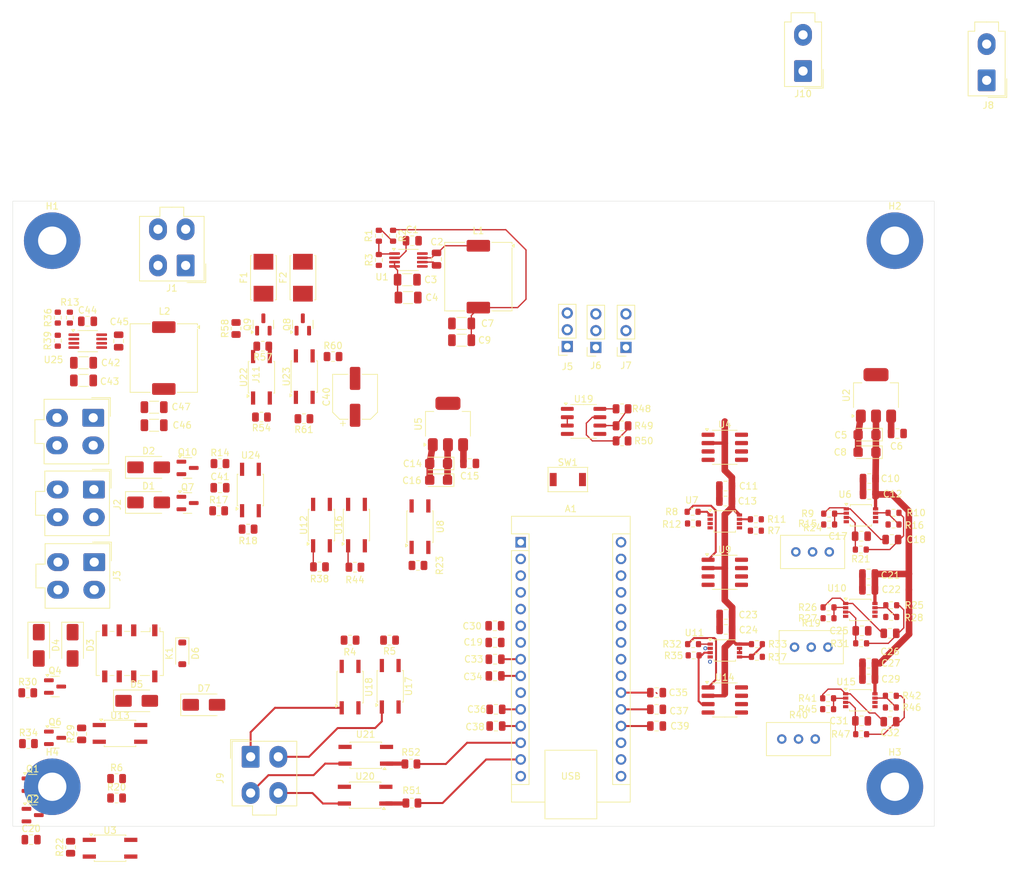
<source format=kicad_pcb>
(kicad_pcb (version 20241229) (generator "pcbnew") (generator_version "9.0")
  (layers (0 "F.Cu" signal) (4 "In1.Cu" power) (6 "In2.Cu" power) (2 "B.Cu" signal) (13 "F.Paste" user) (15 "B.Paste" user) (5 "F.SilkS" user "F.Silkscreen") (7 "B.SilkS" user "B.Silkscreen") (1 "F.Mask" user) (3 "B.Mask" user) (25 "Edge.Cuts" user))
  (net 0 "")
  (net 1 "/Output Flow Sensor")
  (net 2 "GND")
  (net 3 "/Input Flow Sensor")
  (net 4 "/Battery 2 On{slash}Off")
  (net 5 "VIN")
  (net 6 "/Rx")
  (net 7 "/Battery 2 On{slash}Off Switch Sensor")
  (net 8 "VCC_7V")
  (net 9 "/Batteries On")
  (net 10 "/Tx")
  (net 11 "/En")
  (net 12 "VCC_3V3")
  (net 13 "Net-(A1-A7)")
  (net 15 "Net-(A1-~{RESET})")
  (net 20 "/Battery Box Fan2 Control")
  (net 21 "/Battery Box Fan1 Sensor")
  (net 22 "/Battery Box Fan2 Sensor")
  (net 23 "Net-(C18-Pad1)")
  (net 24 "/Battery Box Fan1 Control")
  (net 25 "/Battery Voltage Measurement/Battery 1 Voltage")
  (net 26 "Net-(U7B--)")
  (net 27 "/Battery Voltage Measurement/Battery 2 Voltage")
  (net 28 "Net-(Q2-G)")
  (net 29 "/Battery Voltage Measurement/Starter Battery Voltage")
  (net 30 "Net-(J10-Pin_2)")
  (net 31 "Net-(J10-Pin_1)")
  (net 32 "Net-(Q1-G)")
  (net 33 "Net-(U10A-+)")
  (net 34 "Net-(U7A--)")
  (net 35 "Net-(Q6-B)")
  (net 36 "VCC_3V3A")
  (net 37 "/Battery Voltage Measurement/Battery 1 Vin")
  (net 38 "/Battery Voltage Measurement/Battery 2 Vin")
  (net 39 "/Battery Voltage Measurement/Starter Battery Vin")
  (net 40 "/Solar Charge Battery 2 Relay")
  (net 41 "/Battery 2 Fuse State")
  (net 42 "/Battery 1 Fuse State")
  (net 43 "/Battery Fuse Sensors/Battery 2 Fuse Sensor")
  (net 44 "/Battery Fuse Sensors/Battery 1 Fuse Sensor")
  (net 45 "Net-(U10A--)")
  (net 46 "/Solar Charge Management/Solar Charge Battery 2 Switch Sensor")
  (net 47 "/Solar Charge Management/Solar Charge Battery 2 On")
  (net 48 "/Solar Charge Management/Solar Charge Battery 2 Switch")
  (net 49 "/Battery Management/Battery 1 Relay")
  (net 50 "/Battery Management/Battery 2 Relay")
  (net 51 "/Battery Management/Battery 2 Switch")
  (net 52 "Net-(D5-K)")
  (net 53 "Net-(U11B-+)")
  (net 54 "Net-(U15A-+)")
  (net 55 "Net-(R16-Pad1)")
  (net 56 "Net-(R32-Pad1)")
  (net 59 "/Power Supply Control")
  (net 60 "Net-(U1-V_{CC})")
  (net 61 "Net-(U1-BOOST)")
  (net 62 "Net-(U1-SW)")
  (net 63 "Net-(U6A-+)")
  (net 64 "Net-(C26-Pad1)")
  (net 65 "Net-(C32-Pad1)")
  (net 66 "Net-(D6-A)")
  (net 67 "Net-(Q9-S)")
  (net 68 "Net-(Q8-S)")
  (net 69 "Net-(J9-Pin_3)")
  (net 70 "Net-(J9-Pin_2)")
  (net 71 "Net-(J9-Pin_4)")
  (net 72 "Net-(J9-Pin_1)")
  (net 73 "Net-(Q4-B)")
  (net 74 "Net-(D5-A)")
  (net 75 "Net-(Q8-G)")
  (net 76 "Net-(Q9-G)")
  (net 77 "Net-(R1-Pad1)")
  (net 78 "Net-(U1-Vfb)")
  (net 79 "Net-(R8-Pad2)")
  (net 80 "Net-(R8-Pad1)")
  (net 81 "Net-(U6A--)")
  (net 82 "Net-(R10-Pad1)")
  (net 83 "Net-(R11-Pad2)")
  (net 84 "Net-(R11-Pad1)")
  (net 85 "Net-(U10B--)")
  (net 86 "Net-(R19-Pad1)")
  (net 87 "Net-(U6B--)")
  (net 88 "Net-(R25-Pad1)")
  (net 89 "Net-(R29-Pad1)")
  (net 90 "Net-(R32-Pad2)")
  (net 91 "Net-(R38-Pad1)")
  (net 92 "Net-(U15A--)")
  (net 93 "Net-(R42-Pad1)")
  (net 94 "Net-(R44-Pad1)")
  (net 95 "Net-(R51-Pad2)")
  (net 96 "Net-(R52-Pad2)")
  (net 97 "Net-(R54-Pad2)")
  (net 98 "Net-(R57-Pad1)")
  (net 99 "Net-(R61-Pad2)")
  (net 104 "Net-(U11B--)")
  (net 105 "Net-(Q7-G)")
  (net 106 "Net-(U25-V_{CC})")
  (net 107 "Net-(U25-BOOST)")
  (net 108 "Net-(U25-SW)")
  (net 109 "VCC_4V1")
  (net 110 "Net-(D2-A)")
  (net 111 "Net-(R13-Pad2)")
  (net 112 "Net-(R18-Pad2)")
  (net 113 "Net-(R23-Pad2)")
  (net 114 "Net-(U25-Vfb)")
  (net 115 "/Battery Management/Power On Switch - Vin")
  (net 116 "/Battery Management/Power On Switch - 4V1")
  (net 117 "Net-(R22-Pad2)")
  (net 118 "Net-(U11A--)")
  (net 119 "Net-(U15B--)")
  (net 120 "Net-(R40-Pad1)")
  (footprint "Resistor_SMD:R_0603_1608Metric" (layer "F.Cu") (at 173.924 118.3894 180)
    (property "Reference" "R27")
    (property "Value" "10k")
  )
  (footprint "Package_SO:SO-4_4.4x3.6mm_P2.54mm" (layer "F.Cu") (at 86.106 98.8972 90)
    (property "Reference" "U24")
    (property "Value" "LTV-817S-TA1-C")
  )
  (footprint "MountingHole:MountingHole_4.3mm_M4_Pad" (layer "F.Cu") (at 56 144)
    (property "Reference" "H4")
    (property "Value" "MountingHole_Pad")
  )
  (footprint "Resistor_SMD:R_0603_1608Metric" (layer "F.Cu") (at 183.388 130.1744)
    (property "Reference" "R42")
    (property "Value" "150k")
  )
  (footprint "Package_SO:OnSemi_Micro8" (layer "F.Cu") (at 158.17595 123.28915)
    (property "Reference" "U11")
    (property "Value" "LM358DR2G")
  )
  (footprint "Diode_SMD:D_SMA" (layer "F.Cu") (at 68.8272 130.9388)
    (property "Reference" "D5")
    (property "Value" "M7")
  )
  (footprint "Capacitor_SMD:C_0805_2012Metric" (layer "F.Cu") (at 183.261 134.1114 180)
    (property "Reference" "C32")
    (property "Value" "1uF")
  )
  (footprint "Package_SO:OnSemi_Micro8" (layer "F.Cu") (at 178.75 117.1194)
    (property "Reference" "U10")
    (property "Value" "LM358DR2G")
  )
  (footprint "Package_SO:SOP-8_3.76x4.96mm_P1.27mm" (layer "F.Cu") (at 158.16575 130.80755)
    (property "Reference" "U14")
    (property "Value" "HCNR200-500E")
  )
  (footprint "Diode_SMD:D_SMA" (layer "F.Cu") (at 59.0924 122.506 -90)
    (property "Reference" "D3")
    (property "Value" "M7")
  )
  (footprint "Capacitor_SMD:C_0805_2012Metric" (layer "F.Cu") (at 158.29275 98.29555 180)
    (property "Reference" "C11")
    (property "Value" "1uF")
  )
  (footprint "Resistor_SMD:R_0805_2012Metric" (layer "F.Cu") (at 65.7746 145.7092)
    (property "Reference" "R20")
    (property "Value" "47k")
  )
  (footprint "MountingHole:MountingHole_4.3mm_M4_Pad" (layer "F.Cu") (at 56 61)
    (property "Reference" "H1")
    (property "Value" "MountingHole_Pad")
  )
  (footprint "Diode_SMD:D_SMA" (layer "F.Cu") (at 53.9534 122.506 -90)
    (property "Reference" "D4")
    (property "Value" "M7")
  )
  (footprint "Connector_Molex:Molex_Mini-Fit_Jr_5566-04A_2x02_P4.20mm_Vertical" (layer "F.Cu") (at 62.2288 87.9176 -90)
    (property "Reference" "J11")
    (property "Value" "Power On/Off Switch")
  )
  (footprint "Package_SO:OnSemi_Micro8" (layer "F.Cu") (at 178.75 130.8504)
    (property "Reference" "U15")
    (property "Value" "LM358DR2G")
  )
  (footprint "Connector_Molex:Molex_Mini-Fit_Jr_5566-02A_2x01_P4.20mm_Vertical" (layer "F.Cu") (at 197.9422 36.6268 180)
    (property "Reference" "J8")
    (property "Value" "Starter Battery")
  )
  (footprint "Resistor_SMD:R_0603_1608Metric" (layer "F.Cu") (at 174.0205 104.1394 180)
    (property "Reference" "R15")
    (property "Value" "10k")
  )
  (footprint "CV_connector:SOT-223-3_TabPin1" (layer "F.Cu") (at 181.1325 84.5179 90)
    (property "Reference" "U2")
    (property "Value" "AMS1117-3.3")
  )
  (footprint "Capacitor_SMD:C_0805_2012Metric" (layer "F.Cu") (at 123.273 124.6124 180)
    (property "Reference" "C33")
    (property "Value" "100nF")
  )
  (footprint "Resistor_SMD:R_0603_1608Metric" (layer "F.Cu") (at 173.924 116.7384)
    (property "Reference" "R26")
    (property "Value" "5k6")
  )
  (footprint "Connector_Molex:Molex_Mini-Fit_Jr_5566-04A_2x02_P4.20mm_Vertical" (layer "F.Cu") (at 86.1396 139.4472)
    (property "Reference" "J9")
    (property "Value" "Fans")
  )
  (footprint "Resistor_SMD:R_0603_1608Metric" (layer "F.Cu") (at 153.43425 124.02635)
    (property "Reference" "R35")
    (property "Value" "220k")
  )
  (footprint "Capacitor_SMD:C_1206_3216Metric" (layer "F.Cu") (at 60.7568 82.2452)
    (property "Reference" "C43")
    (property "Value" "10uF")
  )
  (footprint "Resistor_SMD:R_0603_1608Metric" (layer "F.Cu") (at 153.34995 122.32395 180)
    (property "Reference" "R32")
    (property "Value" "1k2")
  )
  (footprint "Capacitor_SMD:C_0805_2012Metric" (layer "F.Cu") (at 178.9125 105.9174)
    (property "Reference" "C17")
    (property "Value" "1uF")
  )
  (footprint "Capacitor_SMD:C_1206_3216Metric" (layer "F.Cu") (at 60.7568 79.5556)
    (property "Reference" "C42")
    (property "Value" "10uF")
  )
  (footprint "Capacitor_SMD:C_0805_2012Metric" (layer "F.Cu") (at 158.29275 100.58155 180)
    (property "Reference" "C13")
    (property "Value" "100nF")
  )
  (footprint "MountingHole:MountingHole_4.3mm_M4_Pad" (layer "F.Cu") (at 184 61)
    (property "Reference" "H2")
    (property "Value" "MountingHole_Pad")
  )
  (footprint "Relay_SMD:Relay_DPDT_Omron_G6K-2F-Y" (layer "F.Cu") (at 67.7792 123.7252 -90)
    (property "Reference" "K1")
    (property "Value" "G6KU-2")
  )
  (footprint "Capacitor_SMD:C_0805_2012Metric" (layer "F.Cu") (at 180.025 127.6344 180)
    (property "Reference" "C29")
    (property "Value" "100nF")
  )
  (footprint "Connector_Molex:Molex_Mini-Fit_Jr_5566-02A_2x01_P4.20mm_Vertical" (layer "F.Cu") (at 170.0526 35.2182 180)
    (property "Reference" "J10")
    (property "Value" "RS485")
  )
  (footprint "Resistor_SMD:R_0603_1608Metric" (layer "F.Cu") (at 107.774 60.2488 -90)
    (property "Reference" "R2")
    (property "Value" "68k")
  )
  (footprint "Resistor_SMD:R_0805_2012Metric" (layer "F.Cu") (at 142.5613 89.1468)
    (property "Reference" "R49")
    (property "Value" "120")
  )
  (footprint "Package_SO:MSOP-8_3x3mm_P0.65mm" (layer "F.Cu") (at 61.3961 76.271)
    (property "Reference" "U25")
    (property "Value" "MCP16311T-E/MNS")
  )
  (footprint "Resistor_SMD:R_0805_2012Metric" (layer "F.Cu") (at 111.5568 110.363 180)
    (property "Reference" "R23")
    (property "Value" "680")
  )
  (footprint "Capacitor_SMD:C_0805_2012Metric" (layer "F.Cu") (at 119.412592 94.863642)
    (property "Reference" "C15")
    (property "Value" "1uF")
  )
  (footprint "Package_SO:SO-4_4.4x3.6mm_P2.54mm" (layer "F.Cu") (at 66.294 135.89)
    (property "Reference" "U13")
    (property "Value" "LTV-817S-TA1-C")
  )
  (footprint "Fuse:Fuseholder_Littelfuse_Nano2_157x" (layer "F.Cu") (at 94.0805 66.6265 90)
    (property "Reference" "F2")
    (property "Value" "Polyfuse")
  )
  (footprint "Capacitor_SMD:C_0805_2012Metric" (layer "F.Cu") (at 52.7946 152.0392)
    (property "Reference" "C20")
    (property "Value" "100nF")
  )
  (footprint "Resistor_SMD:R_0603_1608Metric" (layer "F.Cu") (at 162.88305 105.07795 180)
    (property "Reference" "R7")
    (property "Value" "220k")
  )
  (footprint "Package_SO:SO-4_4.4x3.6mm_P2.54mm" (layer "F.Cu") (at 103.5304 145.2754 180)
    (property "Reference" "U20")
    (property "Value" "LTV-817S-TA1-C")
  )
  (footprint "Diode_SMD:D_SOD-123" (layer "F.Cu") (at 75.7548 123.7252 -90)
    (property "Reference" "D6")
    (property "Value" "1N418W")
  )
  (footprint "Potentiometer_THT:Potentiometer_Bourns_3296W_Vertical" (layer "F.Cu") (at 174.0408 108.3056)
    (property "Reference" "R24")
    (property "Value" "10k")
  )
  (footprint "Resistor_SMD:R_0805_2012Metric" (layer "F.Cu") (at 81.4832 94.884)
    (property "Reference" "R14")
    (property "Value" "1M")
  )
  (footprint "Resistor_SMD:R_0603_1608Metric" (layer "F.Cu") (at 162.88305 103.35075)
    (property "Reference" "R11")
    (property "Value" "1k2")
  )
  (footprint "Resistor_SMD:R_0603_1608Metric" (layer "F.Cu") (at 56.8452 72.6948 -90)
    (property "Reference" "R36")
    (property "Value" "10k")
  )
  (footprint "Resistor_SMD:R_0603_1608Metric" (layer "F.Cu") (at 153.33265 103.98515)
    (property "Reference" "R12")
    (property "Value" "220k")
  )
  (footprint "Resistor_SMD:R_0805_2012Metric" (layer "F.Cu") (at 110.6424 146.4754 180)
    (property "Reference" "R51")
    (property "Value" "150")
  )
  (footprint "Capacitor_SMD:C_1206_3216Metric" (layer "F.Cu") (at 71.4738 86.3092 180)
    (property "Reference" "C47")
    (property "Value" "10uF")
  )
  (footprint "Package_TO_SOT_SMD:SOT-23" (layer "F.Cu") (at 76.5599 100.8747)
    (property "Reference" "Q7")
    (property "Value" "Q_PMOS_DGS")
  )
  (footprint "Resistor_SMD:R_0603_1608Metric" (layer "F.Cu") (at 183.449 116.4134)
    (property "Reference" "R25")
    (property "Value" "150k")
  )
  (footprint "Resistor_SMD:R_0603_1608Metric" (layer "F.Cu") (at 163.04055 124.25435)
    (property "Reference" "R37")
    (property "Value" "10k")
  )
  (footprint "Capacitor_SMD:C_0805_2012Metric" (layer "F.Cu") (at 114.378 63.8058 90)
    (property "Reference" "C2")
    (property "Value" "100nF")
  )
  (footprint "Resistor_SMD:R_0805_2012Metric" (layer "F.Cu") (at 96.5962 110.5789)
    (property "Reference" "R38")
    (property "Value" "680")
  )
  (footprint "Package_SO:SO-4_4.4x3.6mm_P2.54mm" (layer "F.Cu") (at 96.901 104.2289 90)
    (property "Reference" "U12")
    (property "Value" "LTV-817S-TA1-C")
  )
  (footprint "Capacitor_SMD:C_0805_2012Metric" (layer "F.Cu") (at 158.33335 117.80275 180)
    (property "Reference" "C23")
    (property "Value" "1uF")
  )
  (footprint "Capacitor_SMD:C_0805_2012Metric" (layer "F.Cu") (at 66.0908 76.2508 90)
    (property "Reference" "C45")
    (property "Value" "100nF")
  )
  (footprint "Capacitor_SMD:C_1206_3216Metric" (layer "F.Cu") (at 109.933 66.929)
    (property "Reference" "C3")
    (property "Value" "10uF")
  )
  (footprint "Capacitor_SMD:C_1206_3216Metric" (layer "F.Cu") (at 71.4738 89.0524 180)
    (property "Reference" "C46")
    (property "Value" "10uF")
  )
  (footprint "Connector_Molex:Molex_Mini-Fit_Jr_5566-04A_2x02_P4.20mm_Vertical" (layer "F.Cu") (at 76.268 64.7688 180)
    (property "Reference" "J1")
    (property "Value" "Battery & Fuse")
  )
  (footprint "Resistor_SMD:R_0603_1608Metric" (layer "F.Cu") (at 173.863 130.5554)
    (property "Reference" "R41")
    (property "Value" "5k6")
  )
  (footprint "Capacitor_SMD:C_0805_2012Metric" (layer "F.Cu") (at 180.02 111.6584 180)
    (property "Reference" "C21")
    (property "Value" "100nF")
  )
  (footprint "Package_SO:MSOP-8_3x3mm_P0.65mm" (layer "F.Cu") (at 110.1108 63.9328)
    (property "Reference" "U1")
    (property "Value" "MCP16311T-E/MNS")
  )
  (footprint "Module:Arduino_Nano" (layer "F.Cu") (at 127.162 106.8324)
    (property "Reference" "A1")
    (property "Value" "Arduino_Nano_ESP32")
  )
  (footprint "Diode_SMD:D_SMA" (layer "F.Cu") (at 79.038 131.5484)
    (property "Reference" "D7")
    (property "Value" "M7")
  )
  (footprint "Capacitor_SMD:C_0805_2012Metric" (layer "F.Cu") (at 123.4 134.7724 180)
    (property "Reference" "C38")
    (property "Value" "100nF")
  )
  (footprint "Connector_Molex:Molex_Mini-Fit_Jr_5566-04A_2x02_P4.20mm_Vertical" (layer "F.Cu") (at 62.3812 109.8632 -90)
    (property "Reference" "J3")
    (property "Value" "Relays")
  )
  (footprint "Inductor_SMD:L_Coilcraft_MSS1038-XXX" (layer "F.Cu") (at 120.728 66.4728 -90)
    (property "Reference" "L1")
    (property "Value" "33uH")
  )
  (footprint "Package_SO:SO-4_4.4x3.6mm_P2.54mm" (layer "F.Cu") (at 94.2837 81.6633 90)
    (property "Reference" "U23")
    (property "Value" "LTV-817S-TA1-C")
  )
  (footprint "Package_SO:SOIC-8_3.9x4.9mm_P1.27mm" (layer "F.Cu") (at 136.717 88.4682)
    (property "Reference" "U19")
    (property "Value" "MAX487E")
  )
  (footprint "Connector_PinSocket_2.54mm:PinSocket_1x03_P2.54mm_Vertical" (layer "F.Cu") (at 138.5824 77.216 180)
    (property "Reference" "J6")
    (property "Value" "Temp")
  )
  (footprint "Resistor_SMD:R_0805_2012Metric" (layer "F.Cu") (at 65.7746 142.7592)
    (property "Reference" "R6")
    (property "Value" "1M")
  )
  (footprint "Resistor_SMD:R_0603_1608Metric" (layer "F.Cu") (at 178.823 107.9494 180)
    (property "Reference" "R21")
    (property "Value" "150k")
  )
  (footprint "Resistor_SMD:R_0603_1608Metric" (layer "F.Cu") (at 183.7995 104.1394)
    (property "Reference" "R16")
    (property "Value" "22k")
  )
  (footprint "Resistor_SMD:R_0603_1608Metric" (layer "F.Cu") (at 183.388 131.9524)
    (property "Reference" "R46")
    (property "Value" "22k")
  )
  (footprint "Resistor_SMD:R_0805_2012Metric" (layer "F.Cu") (at 60.464 135.968 90)
    (property "Reference" "R29")
    (property "Value" "680")
  )
  (footprint "Potentiometer_THT:Potentiometer_Bourns_3296W_Vertical" (layer "F.Cu") (at 171.9072 136.7486)
    (property "Reference" "R40")
    (property "Value" "10k")
  )
  (footprint "Package_TO_SOT_SMD:SOT-23" (layer "F.Cu") (at 53.0246 143.6842)
    (property "Reference" "Q1")
    (property "Value" "Q_PMOS_DGS")
  )
  (footprint "Resistor_SMD:R_0805_2012Metric" (layer "F.Cu") (at 101.2444 121.7168)
    (property "Reference" "R4")
    (property "Value" "47k")
  )
  (footprint "Capacitor_SMD:C_0805_2012Metric" (layer "F.Cu") (at 61.3664 73.2536)
    (property "Reference" "C44")
    (property "Value" "1uF")
  )
  (footprint "Capacitor_SMD:C_0805_2012Metric" (layer "F.Cu") (at 178.946 133.9844)
    (property "Reference" "C31")
    (property "Value" "1uF")
  )
  (footprint "MountingHole:MountingHole_4.3mm_M4_Pad" (layer "F.Cu") (at 184 144)
    (property "Reference" "H3")
    (property "Value" "MountingHole_Pad")
  )
  (footprint "Capacitor_SMD:C_0805_2012Metric" (layer "F.Cu") (at 179.004 120.2944)
    (property "Reference" "C25")
    (property "Value" "1uF")
  )
  (footprint "Resistor_SMD:R_0805_2012Metric" (layer "F.Cu") (at 85.7523 104.8408 180)
    (property "Reference" "R18")
    (property "Value" "150")
  )
  (footprint "Capacitor_SMD:C_0805_2012Metric" (layer "F.Cu") (at 180.02 114.0714 180)
    (property "Reference" "C22")
    (property "Value" "1uF")
  )
  (footprint "Resistor_SMD:R_0603_1608Metric" (layer "F.Cu") (at 163.04055 122.32395)
    (property "Reference" "R33")
    (property "Value" "10k")
  )
  (footprint "Package_SO:SO-4_4.4x3.6mm_P2.54mm" (layer "F.Cu") (at 111.8616 104.4702 90)
    (property "Reference" "U8")
    (property "Value" "LTV-817S-TA1-C")
  )
  (footprint "Capacitor_SMD:C_0805_2012Metric" (layer "F.Cu") (at 184.3735 90.3091)
    (property "Reference" "C6")
    (property "Value" "1uF")
  )
  (footprint "Package_TO_SOT_SMD:SOT-23" (layer "F.Cu") (at 56.427922 136.562844)
    (property "Reference" "Q6")
    (property "Value" "MMBT2222A")
  )
  (footprint "Diode_SMD:D_SMA" (layer "F.Cu") (at 70.644 95.4532)
    (property "Reference" "D2")
    (property "Value" "M7")
  )
  (footprint "Capacitor_SMD:C_0805_2012Metric" (layer "F.Cu") (at 183.261 120.6754 180)
    (property "Reference" "C26")
    (property "Value" "1uF")
  )
  (footprint "Resistor_SMD:R_0805_2012Metric" (layer "F.Cu") (at 87.7813 87.8101 180)
    (property "Reference" "R54")
    (property "Value" "150")
  )
  (footprint "Capacitor_SMD:C_1206_3216Metric" (layer "F.Cu") (at 118.188 73.5848 180)
    (property "Reference" "C7")
    (property "Value" "10uF")
  )
  (footprint "Capacitor_SMD:C_0805_2012Metric" (layer "F.Cu") (at 110.695 61.0108)
    (property "Reference" "C1")
    (property "Value" "1uF")
  )
  (footprint "Capacitor_SMD:C_0805_2012Metric" (layer "F.Cu") (at 183.5455 106.4254 180)
    (property "Reference" "C18")
    (property "Value" "1uF")
  )
  (footprint "Resistor_SMD:R_0805_2012Metric" (layer "F.Cu") (at 87.9826 77.0405 180)
    (property "Reference" "R57")
    (property "Value" "47k")
  )
  (footprint "Resistor_SMD:R_0603_1608Metric" (layer "F.Cu") (at 178.877 122.1994 180)
    (property "Reference" "R31")
    (property "Value" "150k")
  )
  (footprint "Package_SO:SO-4_4.4x3.6mm_P2.54mm" (layer "F.Cu") (at 101.2444 128.8538 90)
    (property "Reference" "U18")
    (property "Value" "LTV-817S-TA1-C")
  )
  (footprint "Capacitor_SMD:CP_Elec_6.3x5.9" (layer "F.Cu") (at 102.0053 84.7343 90)
    (property "Reference" "C40")
    (property "Value" "220uF")
  )
  (footprint "Resistor_SMD:R_0805_2012Metric" (layer "F.Cu") (at 94.2348 88.0641 180)
    (property "Reference" "R61")
    (property "Value" "150")
  )
  (footprint "Resistor_SMD:R_0805_2012Metric" (layer "F.Cu") (at 83.9205 74.3481 -90)
    (property "Reference" "R58")
    (property "Value" "47k")
  )
  (footprint "Potentiometer_THT:Potentiometer_Bourns_3296W_Vertical" (layer "F.Cu") (at 173.8376 122.7836)
    (property "Reference" "R19")
    (property "Value" "10k")
  )
  (footprint "Package_TO_SOT_SMD:SOT-23" (layer "F.Cu") (at 56.427922 128.768922)
    (property "Reference" "Q4")
    (property "Value" "MMBT2222A")
  )
  (footprint "Capacitor_SMD:C_0805_2012Metric" (layer "F.Cu") (at 147.804 132.2324)
    (property "Reference" "C37")
    (property "Value" "100nF")
  )
  (footprint "Diode_SMD:D_SMA" (layer "F.Cu") (at 70.644 100.7872)
    (property "Reference" "D1")
    (property "Value" "M7")
  )
  (footprint "Package_SO:SO-4_4.4x3.6mm_P2.54mm" (layer "F.Cu") (at 64.782 153.3416)
    (property "Reference" "U3")
    (property "Value" "LTV-817S-TA1-C")
  )
  (footprint "Connector_PinSocket_2.54mm:PinSocket_1x03_P2.54mm_Vertical" (layer "F.Cu") (at 134.2386 77.0786 180)
    (property "Reference" "J5")
    (property "Value" "Input Flow Sensor")
  )
  (footprint "Package_SO:SOP-8_3.76x4.96mm_P1.27mm" (layer "F.Cu") (at 158.16575 111.40195)
    (property "Reference" "U9")
    (property "Value" "HCNR200-500E")
  )
  (footprint "Capacitor_Tantalum_SMD:CP_EIA-3216-18_Kemet-A" (layer "F.Cu") (at 114.694592 94.863642 180)
    (property "Reference" "C14")
    (property "Value" "10uF")
  )
  (footprint "Capacitor_Tantalum_SMD:CP_EIA-3216-18_Kemet-A" (layer "F.Cu") (at 179.7673 93.1539 180)
    (property "Reference" "C8")
    (property "Value" "10uF")
  )
  (footprint "Resistor_SMD:R_0603_1608Metric" (layer "F.Cu") (at 105.615 63.9318 -90)
    (property "Reference" "R3")
    (property "Value" "10k")
  )
  (footprint "Resistor_SMD:R_0603_1608Metric" (layer "F.Cu") (at 56.8452 76.2 -90)
    (property "Reference" "R39")
    (property "Value" "10k")
  )
  (footprint "Package_SO:SO-4_4.4x3.6mm_P2.54mm" (layer "F.Cu") (at 107.3404 128.7268 90)
    (property "Reference" "U17")
    (property "Value" "LTV-817S-TA1-C")
  )
  (footprint "Capacitor_Tantalum_SMD:CP_EIA-3216-18_Kemet-A" (layer "F.Cu") (at 114.694592 97.403642 180)
    (property "Reference" "C16")
    (property "Value" "10uF")
  )
  (footprint "Package_SO:SO-4_4.4x3.6mm_P2.54mm" (layer "F.Cu") (at 87.7813 81.7649 90)
    (property "Reference" "U22")
    (property "Value" "LTV-817S-TA1-C")
  )
  (footprint "Resistor_SMD:R_0805_2012Metric" (layer "F.Cu") (at 52.2833 129.7196)
    (property "Reference" "R30")
    (property "Value" "150")
  )
  (footprint "Resistor_SMD:R_0805_2012Metric" (layer "F.Cu") (at 107.2407 121.7168)
    (property "Reference" "R5")
    (property "Value" "47k")
  )
  (footprint "Capacitor_SMD:C_1206_3216Metric" (layer "F.Cu") (at 118.188 76.1248 180)
    (property "Reference" "C9")
    (property "Value" "10uF")
  )
  (footprint "Package_TO_SOT_SMD:SOT-23" (layer "F.Cu") (at 76.5599 95.5407)
    (property "Reference" "Q10")
    (property "Value" "Q_PMOS_DGS")
  )
  (footprint "Resistor_SMD:R_0603_1608Metric" (layer "F.Cu") (at 58.674 72.6948 -90)
    (property "Reference" "R13")
    (property "Value" "68k")
  )
  (footprint "Resistor_SMD:R_0805_2012Metric" (layer "F.Cu") (at 81.28 102.0572)
    (property "Reference" "R17")
    (property "Value" "47k")
  )
  (footprint "Package_SO:SO-4_4.4x3.6mm_P2.54mm" (layer "F.Cu") (at 103.632 139.2111 180)
    (property "Reference" "U21")
    (property "Value" "LTV-817S-TA1-C")
  )
  (footprint "Capacitor_SMD:C_0805_2012Metric" (layer "F.Cu") (at 147.804 129.6924)
    (property "Reference" "C35")
    (property "Value" "100nF")
  )
  (footprint "Connector_Molex:Molex_Mini-Fit_Jr_5566-04A_2x02_P4.20mm_Vertical" (layer "F.Cu") (at 62.3316 98.8224 -90)
    (property "Reference" "J2")
    (property "Value" "Battery 2")
  )
  (footprint "Resistor_SMD:R_0805_2012Metric" (layer "F.Cu") (at 98.6544 78.6153)
    (property "Reference" "R60")
    (property "Value" "47k")
  )
  (footprint "Package_TO_SOT_SMD:SOT-23" (layer "F.Cu") (at 94.0664 73.7385 90)
    (property "Reference" "Q8")
    (property "Value" "Q_PMOS_DGS")
  )
  (footprint "Capacitor_SMD:C_0805_2012Metric" (layer "F.Cu") (at 123.4 132.2324 180)
    (property "Reference" "C36")
    (property "Value" "100nF")
  )
  (footprint "Resistor_SMD:R_0603_1608Metric" (layer "F.Cu") (at 153.27375 102.20715 180)
    (property "Reference" "R8")
    (property "Value" "1k2")
  )
  (footprint "Capacitor_SMD:C_1206_3216Metric" (layer "F.Cu") (at 110.06 69.6468)
    (property "Reference" "C4")
    (property "Value" "10uF")
  )
  (footprint "Resistor_SMD:R_0805_2012Metric" (layer "F.Cu") (at 110.49 140.5381 180)
    (property "Reference" "R52")
    (property "Value" "150")
  )
  (footprint "Connector_PinSocket_2.54mm:PinSocket_1x03_P2.54mm_Vertical" (layer "F.Cu") (at 143.1544 77.216 180)
    (property "Reference" "J7")
    (property "Value" "Output Flow Sensor")
  )
  (footprint "CV_connector:SOT-223-3_TabPin1" (layer "F.Cu") (at 116.110592 88.869242 90)
    (property "Reference" "U5")
    (property "Value" "AMS1117-3.3")
  )
  (footprint "Capacitor_SMD:C_0805_2012Metric" (layer "F.Cu") (at 123.273 127.1524 180)
    (property "Reference" "C34")
    (property "Value" "100nF")
  )
  (footprint "Capacitor_SMD:C_0805_2012Metric" (layer "F.Cu") (at 180.03 125.2214 180)
    (property "Reference" "C27")
    (property "Value" "1uF")
  )
  (footprint "Fuse:Fuseholder_Littelfuse_Nano2_157x" (layer "F.Cu") (at 88.0861 66.6265 90)
    (property "Reference" "F1")
    (property "Value" "Polyfuse")
  )
  (footprint "Package_SO:SO-4_4.4x3.6mm_P2.54mm" (layer "F.Cu") (at 102.216 104.2289 90)
    (property "Reference" "U16")
    (property "Value" "LTV-817S-TA1-C")
  )
  (footprint "Resistor_SMD:R_0805_2012Metric" (layer "F.Cu") (at 101.9829 110.6297)
    (property "Reference" "R44")
    (property "Value" "680")
  )
  (footprint "Resistor_SMD:R_0805_2012Metric" (layer "F.Cu") (at 58.7876 153.1911 90)
    (property "Reference" "R22")
    (property "Value" "150")
  )
  (footprint "Resistor_SMD:R_0603_1608Metric" (layer "F.Cu") (at 178.88 136.0164 180)
    (property "Reference" "R47")
    (property "Value" "150k")
  )
  (footprint "Capacitor_SMD:C_0805_2012Metric" (layer "F.Cu") (at 180.1165 97.1544 180)
    (property "Reference" "C10")
    (property "Value" "1uF")
  )
  (footprint "Capacitor_SMD:C_0805_2012Metric" (layer "F.Cu") (at 180.1165 99.5674 180)
    (property "Reference" "C12")
    (property "Value" "100nF")
  )
  (footprint "Resistor_SMD:R_0603_1608Metric" (layer "F.Cu") (at 183.449 118.1914)
    (property "Reference" "R28")
    (property "Value" "22k")
  )
  (footprint "Resistor_SMD:R_0603_1608Metric" (layer "F.Cu") (at 174.0205 102.4884)
    (property "Reference" "R9")
    (property "Value" "5k6")
  )
  (footprint "Resistor_SMD:R_0805_2012Metric" (layer "F.Cu") (at 52.3868 137.4412)
    (property "Reference" "R34")
    (property "Value" "150")
  )
  (footprint "CV_connector:SW_SPST_JLC" (layer "F.Cu") (at 134.322 97.3074)
    (property "Reference" "SW1")
    (property "Value" "SW_Push")
  )
  (footprint "Resistor_SMD:R_0603_1608Metric" (layer "F.Cu") (at 183.7995 102.3614)
    (property "Reference" "R10")
    (property "Value" "150k")
  )
  (footprint "Capacitor_Tantalum_SMD:CP_EIA-3216-18_Kemet-A" (layer "F.Cu") (at 179.7718 90.4869 180)
    (property "Reference" "C5")
    (property "Value" "10uF")
  )
  (footprint "Capacitor_SMD:C_0805_2012Metric" (layer "F.Cu") (at 123.256 122.0724 180)
    (property "Reference" "C19")
    (property "Value" "100nF")
  )
  (footprint "Package_SO:OnSemi_Micro8" (layer "F.Cu") (at 178.8465 102.7424)
    (property "Reference" "U6")
    (property "Value" "LM358DR2G")
  )
  (footprint "Resistor_SMD:R_0805_2012Metric" (layer "F.Cu") (at 142.5613 91.4328)
    (property "Reference" "R50")
    (property "Value" "931")
  )
  (footprint "Inductor_SMD:L_Coilcraft_MSS1038-XXX" (layer "F.Cu") (at 72.9488 78.8416 -90)
    (property "Reference" "L2")
    (property "Value" "18uH")
  )
  (footprint "Capacitor_SMD:C_0805_2012Metric" (layer "F.Cu") (at 123.2408 119.5324 180)
    (property "Reference" "C30")
    (property "Value" "100nF")
  )
  (footprint "Resistor_SMD:R_0603_1608Metric" (layer "F.Cu") (at 173.863 132.2064 180)
    (property "Reference" "R45")
    (property "Value" "10k")
  )
  (footprint "Package_SO:OnSemi_Micro8" (layer "F.Cu") (at 158.16575 103.67055)
    (property "Reference" "U7")
    (property "Value" "LM358DR2G")
  )
  (footprint "Resistor_SMD:R_0805_2012Metric" (layer "F.Cu") (at 142.5613 86.556)
    (property "Reference" "R48")
    (property "Value" "931")
  )
  (footprint "Capacitor_SMD:C_0805_2012Metric" (layer "F.Cu") (at 147.804 134.7724)
    (property "Reference" "C39")
    (property "Value" "100nF")
  )
  (footprint "Capacitor_SMD:C_0805_2012Metric" (layer "F.Cu") (at 81.4832 98.552)
    (property "Reference" "C41")
    (property "Value" "100nF")
  )
  (footprint "Package_TO_SOT_SMD:SOT-23" (layer "F.Cu") (at 88.072 73.7385 90)
    (property "Reference" "Q9")
    (property "Value" "Q_PMOS_DGS")
  )
  (footprint "Resistor_SMD:R_0603_1608Metric" (layer "F.Cu") (at 105.615 60.2488 -90)
    (property "Reference" "R1")
    (property "Value" "10k")
  )
  (footprint "Package_SO:SOP-8_3.76x4.96mm_P1.27mm" (layer "F.Cu") (at 158.16575 92.40275)
    (property "Reference" "U4")
    (property "Value" "HCNR200-500E")
  )
  (footprint "Capacitor_SMD:C_0805_2012Metric" (layer "F.Cu") (at 158.33335 120.08875 180)
    (property "Reference" "C24")
    (property "Value" "100nF")
  )
  (footprint "Package_TO_SOT_SMD:SOT-23" (layer "F.Cu") (at 53.0246 148.3092)
    (property "Reference" "Q2")
    (property "Value" "Q_PMOS_DGS")
  )
  (gr_rect (start 50 55) (end 190 150) (stroke (width 0.05)) (fill no) (layer "Edge.Cuts"))
  (segment (start 154.65345 124.02635) (end 155.05985 123.61995) (width 0.3) (layer "F.Cu") (net 0))
  (segment (start 155.62825 131.44255) (end 154.640751 131.44255) (width 0.3) (layer "F.Cu") (net 0))
  (segment (start 154.25925 124.02635) (end 154.65345 124.02635) (width 0.3) (layer "F.Cu") (net 0))
  (segment (start 154.640751 131.44255) (end 154.18975 130.991549) (width 0.3) (layer "F.Cu") (net 0))
  (segment (start 154.18975 130.991549) (end 154.18975 124.09585) (width 0.3) (layer "F.Cu") (net 0))
  (segment (start 155.90515 123.61995) (end 155.95095 123.57415) (width 0.3) (layer "F.Cu") (net 0))
  (segment (start 154.18975 124.09585) (end 154.25925 124.02635) (width 0.3) (layer "F.Cu") (net 0))
  (segment (start 155.05985 123.61995) (end 155.90515 123.61995) (width 0.3) (layer "F.Cu") (net 0))
  (via (at 155.92345 124.99155) (size 0.6) (drill 0.3) (layers "F.Cu" "B.Cu") (net 0))
  (via (at 155.21225 122.95955) (size 0.6) (drill 0.3) (layers "F.Cu" "B.Cu") (net 0))
  (segment (start 178.8325 87.6679) (end 178.4193 90.4869) (width 1) (layer "F.Cu") (net 2))
  (segment (start 113.811492 92.019242) (end 113.811892 92.018842) (width 0.2) (layer "F.Cu") (net 2))
  (segment (start 113.810592 92.019242) (end 113.342092 94.863642) (width 1) (layer "F.Cu") (net 2))
  (segment (start 157.38335 117.80275) (end 157.38335 120.08875) (width 1) (layer "F.Cu") (net 2))
  (segment (start 179.07 111.6584) (end 179.07 114.0714) (width 1) (layer "F.Cu") (net 2))
  (segment (start 178.4193 93.1494) (end 178.4148 93.1539) (width 0.2) (layer "F.Cu") (net 2))
  (segment (start 157.34275 98.29555) (end 157.34275 98.30055) (width 0.2) (layer "F.Cu") (net 2))
  (segment (start 179.08 127.6294) (end 179.075 127.6344) (width 0.2) (layer "F.Cu") (net 2))
  (segment (start 113.810592 94.395142) (end 113.342092 94.863642) (width 0.2) (layer "F.Cu") (net 2))
  (segment (start 179.1665 97.1544) (end 179.1665 99.5674) (width 1) (layer "F.Cu") (net 2))
  (segment (start 157.34275 98.30055) (end 157.36315 98.32095) (width 0.2) (layer "F.Cu") (net 2))
  (segment (start 113.342092 94.863642) (end 113.342092 97.403642) (width 1) (layer "F.Cu") (net 2))
  (segment (start 113.811492 92.019242) (end 113.810592 92.019242) (width 0.2) (layer "F.Cu") (net 2))
  (segment (start 178.4193 90.4869) (end 178.4193 93.1494) (width 1) (layer "F.Cu") (net 2))
  (segment (start 157.36315 98.32095) (end 157.34275 98.34135) (width 0.2) (layer "F.Cu") (net 2))
  (segment (start 179.08 125.2214) (end 179.08 127.6294) (width 1) (layer "F.Cu") (net 2))
  (segment (start 157.34275 98.34135) (end 157.34275 100.58155) (width 1) (layer "F.Cu") (net 2))
  (segment (start 159.28335 117.80275) (end 159.28335 120.08875) (width 1) (layer "F.Cu") (net 5))
  (segment (start 155.62825 110.76695) (end 158.14035 110.76695) (width 0.5) (layer "F.Cu") (net 5))
  (segment (start 159.43575 121.56195) (end 159.64875 121.56195) (width 0.2) (layer "F.Cu") (net 5))
  (segment (start 160.40095 122.31415) (end 162.20575 122.31415) (width 0.5) (layer "F.Cu") (net 5))
  (segment (start 158.14035 110.76695) (end 158.16575 110.79235) (width 0.2) (layer "F.Cu") (net 5))
  (segment (start 107.9983 64.9078) (end 107.9983 65.0451) (width 0.2) (layer "F.Cu") (net 5))
  (segment (start 158.16575 115.62855) (end 159.28335 116.74615) (width 1) (layer "F.Cu") (net 5))
  (segment (start 158.16575 102.61355) (end 158.16575 110.79235) (width 1) (layer "F.Cu") (net 5))
  (segment (start 155.90765 130.17255) (end 158.16575 130.17255) (width 0.5) (layer "F.Cu") (net 5))
  (segment (start 159.28335 116.74615) (end 159.28335 117.80275) (width 1) (layer "F.Cu") (net 5))
  (segment (start 108.458 65.5048) (end 108.458 66.929) (width 0.2) (layer "F.Cu") (net 5))
  (segment (start 107.9983 64.2578) (end 107.9983 64.9078) (width 0.2) (layer "F.Cu") (net 5))
  (segment (start 158.16575 91.79315) (end 158.16575 95.90795) (width 1) (layer "F.Cu") (net 5))
  (segment (start 158.16575 95.90795) (end 159.24275 96.98495) (width 1) (layer "F.Cu") (net 5))
  (segment (start 159.28335 121.71435) (end 158.16575 122.83195) (width 1) (layer "F.Cu") (net 5))
  (segment (start 159.28335 120.08875) (end 159.28335 121.71435) (width 1) (layer "F.Cu") (net 5))
  (segment (start 160.40095 122.31415) (end 159.88315 122.31415) (width 0.5) (layer "F.Cu") (net 5))
  (segment (start 158.16575 88.49115) (end 158.16575 91.79315) (width 1) (layer "F.Cu") (net 5))
  (segment (start 107.9983 65.0451) (end 108.458 65.5048) (width 0.2) (layer "F.Cu") (net 5))
  (segment (start 158.16575 110.79235) (end 158.16575 115.62855) (width 1) (layer "F.Cu") (net 5))
  (segment (start 159.24275 101.53655) (end 158.16575 102.61355) (width 1) (layer "F.Cu") (net 5))
  (segment (start 159.24275 96.98495) (end 159.24275 98.29555) (width 1) (layer "F.Cu") (net 5))
  (segment (start 162.20575 122.31415) (end 162.21555 122.32395) (width 0.2) (layer "F.Cu") (net 5))
  (segment (start 159.24275 100.58155) (end 159.24275 101.53655) (width 1) (layer "F.Cu") (net 5))
  (segment (start 160.39075 102.68455) (end 159.24275 101.53655) (width 0.5) (layer "F.Cu") (net 5))
  (segment (start 160.39075 102.69555) (end 160.39075 102.68455) (width 0.2) (layer "F.Cu") (net 5))
  (segment (start 159.24275 98.29555) (end 159.24275 100.58155) (width 1) (layer "F.Cu") (net 5))
  (segment (start 158.14035 91.76775) (end 158.16575 91.79315) (width 0.2) (layer "F.Cu") (net 5))
  (segment (start 108.458 66.929) (end 108.458 69.342) (width 0.2) (layer "F.Cu") (net 5))
  (segment (start 158.16575 122.83195) (end 158.16575 129.89315) (width 1) (layer "F.Cu") (net 5))
  (segment (start 159.88315 122.31415) (end 159.28335 121.71435) (width 0.5) (layer "F.Cu") (net 5))
  (segment (start 155.62825 91.76775) (end 158.14035 91.76775) (width 0.5) (layer "F.Cu") (net 5))
  (segment (start 157.88635 130.17255) (end 158.16575 129.89315) (width 0.2) (layer "F.Cu") (net 5))
  (segment (start 120.728 71.1728) (end 120.728 71.2978) (width 0.2) (layer "F.Cu") (net 8))
  (segment (start 107.774 59.3363) (end 124.8955 59.3363) (width 0.2) (layer "F.Cu") (net 8))
  (segment (start 119.663 76.1248) (end 119.663 73.5848) (width 0.2) (layer "F.Cu") (net 8))
  (segment (start 127.967 62.4078) (end 127.967 69.9008) (width 0.2) (layer "F.Cu") (net 8))
  (segment (start 127.967 69.9008) (end 126.695 71.1728) (width 0.2) (layer "F.Cu") (net 8))
  (segment (start 118.462592 92.071242) (end 118.410592 92.019242) (width 0.2) (layer "F.Cu") (net 8))
  (segment (start 119.663 76.0458) (end 119.712 75.9968) (width 0.2) (layer "F.Cu") (net 8))
  (segment (start 183.4325 90.1954) (end 183.5462 90.3091) (width 0.2) (layer "F.Cu") (net 8))
  (segment (start 119.663 76.1248) (end 119.663 76.0458) (width 0.2) (layer "F.Cu") (net 8))
  (segment (start 120.728 71.2978) (end 119.663 72.3628) (width 0.2) (layer "F.Cu") (net 8))
  (segment (start 124.8955 59.3363) (end 127.967 62.4078) (width 0.2) (layer "F.Cu") (net 8))
  (segment (start 118.462592 94.558842) (end 118.462592 92.071242) (width 1) (layer "F.Cu") (net 8))
  (segment (start 126.695 71.1728) (end 120.728 71.1728) (width 0.2) (layer "F.Cu") (net 8))
  (segment (start 183.4325 87.6679) (end 183.4325 90.1954) (width 1) (layer "F.Cu") (net 8))
  (segment (start 119.663 72.3628) (end 119.663 73.5848) (width 0.2) (layer "F.Cu") (net 8))
  (segment (start 134.242 89.1032) (end 134.242 87.8332) (width 0.2) (layer "F.Cu") (net 11))
  (segment (start 139.192 86.5632) (end 141.6488 86.556) (width 0.2) (layer "F.Cu") (net 12))
  (segment (start 116.061592 94.685842) (end 116.061592 92.068242) (width 1) (layer "F.Cu") (net 12))
  (segment (start 116.061592 92.068242) (end 116.110592 92.019242) (width 0.2) (layer "F.Cu") (net 12))
  (segment (start 116.047092 94.863642) (end 116.047092 97.403642) (width 1) (layer "F.Cu") (net 12))
  (segment (start 121.92 139.8524) (end 127.162 139.8524) (width 0.3) (layer "F.Cu") (net 20))
  (segment (start 115.297 146.4754) (end 121.92 139.8524) (width 0.3) (layer "F.Cu") (net 20))
  (segment (start 111.5549 146.4754) (end 115.297 146.4754) (width 0.3) (layer "F.Cu") (net 20))
  (segment (start 124.35 134.7724) (end 127.162 134.7724) (width 0.3) (layer "F.Cu") (net 21))
  (segment (start 124.35 132.2324) (end 127.162 132.2324) (width 0.3) (layer "F.Cu") (net 22))
  (segment (start 185.3255 103.0624) (end 185.3255 105.8494) (width 0.2) (layer "F.Cu") (net 23))
  (segment (start 183.2255 107.9494) (end 184.7495 106.4254) (width 0.2) (layer "F.Cu") (net 23))
  (segment (start 184.6245 102.3614) (end 185.3255 103.0624) (width 0.2) (layer "F.Cu") (net 23))
  (segment (start 185.3255 105.8494) (end 184.7495 106.4254) (width 0.2) (layer "F.Cu") (net 23))
  (segment (start 179.648 107.9494) (end 183.2255 107.9494) (width 0.2) (layer "F.Cu") (net 23))
  (segment (start 115.7987 140.5381) (end 119.0244 137.3124) (width 0.3) (layer "F.Cu") (net 24))
  (segment (start 119.0244 137.3124) (end 127.162 137.3124) (width 0.3) (layer "F.Cu") (net 24))
  (segment (start 111.4025 140.5381) (end 115.7987 140.5381) (width 0.3) (layer "F.Cu") (net 24))
  (segment (start 175.722 115.3414) (end 176.525 116.1444) (width 0.2) (layer "F.Cu") (net 25))
  (segment (start 182.626 120.6754) (end 182.126 120.6754) (width 0.2) (layer "F.Cu") (net 25))
  (segment (start 173.099 116.7384) (end 174.496 115.3414) (width 0.2) (layer "F.Cu") (net 25))
  (segment (start 182.126 120.6754) (end 177.595 116.1444) (width 0.2) (layer "F.Cu") (net 25))
  (segment (start 176.525 116.1444) (end 176.505 116.1444) (width 0.2) (layer "F.Cu") (net 25))
  (segment (start 177.595 116.1444) (end 176.525 116.1444) (width 0.2) (layer "F.Cu") (net 25))
  (segment (start 142.402 134.7724) (end 146.834 134.7724) (width 0.3) (layer "F.Cu") (net 25))
  (segment (start 174.496 115.3414) (end 175.722 115.3414) (width 0.2) (layer "F.Cu") (net 25))
  (segment (start 176.505 116.1444) (end 176.464 116.1034) (width 0.2) (layer "F.Cu") (net 25))
  (segment (start 174.0845 101.5994) (end 173.1955 102.4884) (width 0.2) (layer "F.Cu") (net 27))
  (segment (start 142.402 132.2324) (end 146.854 132.2324) (width 0.3) (layer "F.Cu") (net 27))
  (segment (start 176.4535 101.5994) (end 174.0845 101.5994) (width 0.2) (layer "F.Cu") (net 27))
  (segment (start 176.6215 101.7674) (end 176.4535 101.5994) (width 0.2) (layer "F.Cu") (net 27))
  (segment (start 181.88166 106.4254) (end 177.22366 101.7674) (width 0.2) (layer "F.Cu") (net 27))
  (segment (start 182.8495 106.4254) (end 181.88166 106.4254) (width 0.2) (layer "F.Cu") (net 27))
  (segment (start 177.22366 101.7674) (end 176.6215 101.7674) (width 0.2) (layer "F.Cu") (net 27))
  (segment (start 173.863 129.1584) (end 173.038 129.9834) (width 0.2) (layer "F.Cu") (net 29))
  (segment (start 142.402 129.6924) (end 146.58 129.6924) (width 0.3) (layer "F.Cu") (net 29))
  (segment (start 173.038 129.9834) (end 173.038 130.5554) (width 0.2) (layer "F.Cu") (net 29))
  (segment (start 147.7405 129.6924) (end 147.8675 129.8194) (width 0.2) (layer "F.Cu") (net 29))
  (segment (start 176.525 129.8754) (end 175.808 129.1584) (width 0.2) (layer "F.Cu") (net 29))
  (segment (start 175.808 129.1584) (end 173.863 129.1584) (width 0.2) (layer "F.Cu") (net 29))
  (segment (start 177.2267 129.8754) (end 180.1419 132.7906) (width 0.2) (layer "F.Cu") (net 29))
  (segment (start 180.9902 132.7906) (end 182.311 134.1114) (width 0.2) (layer "F.Cu") (net 29))
  (segment (start 180.1419 132.7906) (end 180.9902 132.7906) (width 0.2) (layer "F.Cu") (net 29))
  (segment (start 176.525 129.8754) (end 177.2267 129.8754) (width 0.2) (layer "F.Cu") (net 29))
  (segment (start 141.6488 91.4328) (end 138.0528 91.4328) (width 0.2) (layer "F.Cu") (net 30))
  (segment (start 137.1384 88.7404) (end 138.0456 87.8332) (width 0.2) (layer "F.Cu") (net 30))
  (segment (start 138.0456 87.8332) (end 139.192 87.8332) (width 0.2) (layer "F.Cu") (net 30))
  (segment (start 143.4738 89.1468) (end 143.4738 89.6078) (width 0.2) (layer "F.Cu") (net 30))
  (segment (start 138.0528 91.4328) (end 137.1384 90.5184) (width 0.2) (layer "F.Cu") (net 30))
  (segment (start 143.4738 89.6078) (end 141.6488 91.4328) (width 0.2) (layer "F.Cu") (net 30))
  (segment (start 137.1384 90.5184) (end 137.1384 88.7404) (width 0.2) (layer "F.Cu") (net 30))
  (segment (start 141.6052 89.1032) (end 141.6488 89.1468) (width 0.2) (layer "F.Cu") (net 31))
  (segment (start 139.192 89.1032) (end 141.6052 89.1032) (width 0.2) (layer "F.Cu") (net 31))
  (segment (start 143.4738 86.556) (end 141.6488 89.1468) (width 0.2) (layer "F.Cu") (net 31))
  (segment (start 178.052 120.2964) (end 178.054 120.2944) (width 0.2) (layer "F.Cu") (net 33))
  (segment (start 177.117 117.4444) (end 176.525 117.4444) (width 0.2) (layer "F.Cu") (net 33))
  (segment (start 178.054 120.2944) (end 178.054 118.3814) (width 0.2) (layer "F.Cu") (net 33))
  (segment (start 178.054 118.3814) (end 177.117 117.4444) (width 0.2) (layer "F.Cu") (net 33))
  (segment (start 178.052 122.1994) (end 178.052 120.2964) (width 0.2) (layer "F.Cu") (net 33))
  (segment (start 180.98 125.2214) (end 180.98 127.5734) (width 1) (layer "F.Cu") (net 36))
  (segment (start 181.1198 93.1539) (end 181.0665 97.1544) (width 1) (layer "F.Cu") (net 36))
  (segment (start 180.98 125.2214) (end 181.741844 125.2214) (width 1) (layer "F.Cu") (net 36))
  (segment (start 186.1265 106.8924) (end 186.1265 111.6324) (width 1) (layer "F.Cu") (net 36))
  (segment (start 186.155 120.808244) (end 186.155 116.539652) (width 1) (layer "F.Cu") (net 36))
  (segment (start 186.1005 114.0714) (end 186.1265 114.0454) (width 0.5) (layer "F.Cu") (net 36))
  (segment (start 181.0665 101.7624) (end 181.0715 101.7674) (width 0.2) (layer "F.Cu") (net 36))
  (segment (start 180.975 127.6344) (end 180.975 129.8754) (width 0.5) (layer "F.Cu") (net 36))
  (segment (start 186.1265 116.511152) (end 186.155 116.539652) (width 1) (layer "F.Cu") (net 36))
  (segment (start 180.97 111.6584) (end 181.3605 111.6584) (width 1) (layer "F.Cu") (net 36))
  (segment (start 181.741844 125.2214) (end 186.155 120.808244) (width 1) (layer "F.Cu") (net 36))
  (segment (start 181.1325 90.4787) (end 181.1243 90.4869) (width 0.2) (layer "F.Cu") (net 36))
  (segment (start 181.1198 90.4914) (end 181.1243 90.4869) (width 0.2) (layer "F.Cu") (net 36))
  (segment (start 186.1265 114.0454) (end 186.1265 116.511152) (width 1) (layer "F.Cu") (net 36))
  (segment (start 186.1265 102.108652) (end 183.585248 99.5674) (width 1) (layer "F.Cu") (net 36))
  (segment (start 181.1325 87.6679) (end 181.1325 90.4787) (width 1) (layer "F.Cu") (net 36))
  (segment (start 180.97 116.1394) (end 180.975 116.1444) (width 0.2) (layer "F.Cu") (net 36))
  (segment (start 181.1198 93.1539) (end 181.1198 90.4914) (width 1) (layer "F.Cu") (net 36))
  (segment (start 180.97 111.6584) (end 186.1005 111.6584) (width 1) (layer "F.Cu") (net 36))
  (segment (start 181.0665 97.1544) (end 181.0665 99.5674) (width 1) (layer "F.Cu") (net 36))
  (segment (start 180.97 111.6584) (end 180.97 114.0714) (width 1) (layer "F.Cu") (net 36))
  (segment (start 180.97 114.0714) (end 180.97 116.1394) (width 0.5) (layer "F.Cu") (net 36))
  (segment (start 181.0665 99.5674) (end 181.0665 101.7624) (width 0.5) (layer "F.Cu") (net 36))
  (segment (start 183.585248 99.5674) (end 181.0665 99.5674) (width 1) (layer "F.Cu") (net 36))
  (segment (start 186.1265 111.6324) (end 186.1265 114.0454) (width 1) (layer "F.Cu") (net 36))
  (segment (start 186.1005 111.6584) (end 186.1265 111.6324) (width 1) (layer "F.Cu") (net 36))
  (segment (start 186.1265 106.8924) (end 186.1265 102.108652) (width 1) (layer "F.Cu") (net 36))
  (segment (start 124.223 127.1524) (end 127.162 127.1524) (width 0.3) (layer "F.Cu") (net 41))
  (segment (start 124.223 124.6124) (end 127.162 124.6124) (width 0.3) (layer "F.Cu") (net 42))
  (segment (start 174.813 116.7384) (end 174.749 116.8024) (width 0.2) (layer "F.Cu") (net 45))
  (segment (start 174.749 116.7384) (end 176.469 116.7384) (width 0.2) (layer "F.Cu") (net 45))
  (segment (start 174.749 116.7384) (end 174.813 116.7384) (width 0.2) (layer "F.Cu") (net 45))
  (segment (start 174.749 116.8024) (end 174.749 118.3894) (width 0.2) (layer "F.Cu") (net 45))
  (segment (start 176.469 116.7384) (end 176.525 116.7944) (width 0.2) (layer "F.Cu") (net 45))
  (segment (start 163.86555 122.60435) (end 162.21555 124.25435) (width 0.3) (layer "F.Cu") (net 53))
  (segment (start 162.20575 124.26415) (end 162.21555 124.25435) (width 0.2) (layer "F.Cu") (net 53))
  (segment (start 160.40095 124.26415) (end 162.20575 124.26415) (width 0.3) (layer "F.Cu") (net 53))
  (segment (start 163.86555 122.32395) (end 163.86555 122.60435) (width 0.2) (layer "F.Cu") (net 53))
  (segment (start 177.117 131.1754) (end 176.525 131.1754) (width 0.2) (layer "F.Cu") (net 54))
  (segment (start 177.996 132.0544) (end 177.117 131.1754) (width 0.2) (layer "F.Cu") (net 54))
  (segment (start 177.996 133.9844) (end 177.996 135.9574) (width 0.2) (layer "F.Cu") (net 54))
  (segment (start 177.996 133.9844) (end 177.996 132.0544) (width 0.2) (layer "F.Cu") (net 54))
  (segment (start 177.996 135.9574) (end 178.055 136.0164) (width 0.2) (layer "F.Cu") (net 54))
  (segment (start 154.17495 122.32395) (end 155.94115 122.32395) (width 0.2) (layer "F.Cu") (net 56))
  (segment (start 155.94115 122.32395) (end 155.95095 122.31415) (width 0.2) (layer "F.Cu") (net 56))
  (segment (start 109.745 61.0108) (end 109.745 62.59347) (width 0.2) (layer "F.Cu") (net 60))
  (segment (start 108.73067 63.6078) (end 107.9983 63.6078) (width 0.2) (layer "F.Cu") (net 60))
  (segment (start 109.745 62.59347) (end 108.73067 63.6078) (width 0.2) (layer "F.Cu") (net 60))
  (segment (start 112.2233 63.6078) (end 113.626 63.6078) (width 0.2) (layer "F.Cu") (net 61))
  (segment (start 114.378 62.8558) (end 114.565 62.8558) (width 0.2) (layer "F.Cu") (net 61))
  (segment (start 115.648 61.7728) (end 120.728 61.7728) (width 0.2) (layer "F.Cu") (net 61))
  (segment (start 114.565 62.8558) (end 115.648 61.7728) (width 0.2) (layer "F.Cu") (net 61))
  (segment (start 113.626 63.6078) (end 114.378 62.8558) (width 0.2) (layer "F.Cu") (net 61))
  (segment (start 113.88 64.2578) (end 112.2233 64.2578) (width 0.2) (layer "F.Cu") (net 62))
  (segment (start 114.378 64.7558) (end 113.88 64.2578) (width 0.2) (layer "F.Cu") (net 62))
  (segment (start 177.1245 103.0674) (end 177.9625 103.9054) (width 0.2) (layer "F.Cu") (net 63))
  (segment (start 176.6215 103.0674) (end 177.1245 103.0674) (width 0.2) (layer "F.Cu") (net 63))
  (segment (start 177.9625 103.9054) (end 177.9625 105.9174) (width 0.2) (layer "F.Cu") (net 63))
  (segment (start 177.9625 105.9174) (end 177.9625 106.0494) (width 0.2) (layer "F.Cu") (net 63))
  (segment (start 177.9625 106.0494) (end 177.998 106.0849) (width 0.2) (layer "F.Cu") (net 63))
  (segment (start 177.998 106.0849) (end 177.998 107.9494) (width 0.2) (layer "F.Cu") (net 63))
  (segment (start 184.719 116.4844) (end 184.274 116.4844) (width 0.2) (layer "F.Cu") (net 64))
  (segment (start 179.702 122.1994) (end 183.002 122.1994) (width 0.2) (layer "F.Cu") (net 64))
  (segment (start 185.354 119.8474) (end 185.354 117.1194) (width 0.2) (layer "F.Cu") (net 64))
  (segment (start 183.002 122.1994) (end 184.526 120.6754) (width 0.2) (layer "F.Cu") (net 64))
  (segment (start 185.354 117.1194) (end 184.719 116.4844) (width 0.2) (layer "F.Cu") (net 64))
  (segment (start 184.526 120.6754) (end 185.354 119.8474) (width 0.2) (layer "F.Cu") (net 64))
  (segment (start 184.912 130.1744) (end 185.42 130.6824) (width 0.2) (layer "F.Cu") (net 65))
  (segment (start 185.42 133.4764) (end 184.785 134.1114) (width 0.2) (layer "F.Cu") (net 65))
  (segment (start 185.42 130.6824) (end 185.42 133.4764) (width 0.2) (layer "F.Cu") (net 65))
  (segment (start 184.213 130.1114) (end 184.277 130.0474) (width 0.2) (layer "F.Cu") (net 65))
  (segment (start 179.705 136.0164) (end 182.306 136.0164) (width 0.2) (layer "F.Cu") (net 65))
  (segment (start 184.213 130.1744) (end 184.213 130.1114) (width 0.2) (layer "F.Cu") (net 65))
  (segment (start 184.213 130.1744) (end 184.912 130.1744) (width 0.2) (layer "F.Cu") (net 65))
  (segment (start 184.785 134.1114) (end 184.211 134.1114) (width 0.2) (layer "F.Cu") (net 65))
  (segment (start 182.306 136.0164) (end 184.211 134.1114) (width 0.2) (layer "F.Cu") (net 65))
  (segment (start 95.7072 142.24) (end 97.4852 140.462) (width 0.3) (layer "F.Cu") (net 69))
  (segment (start 97.4852 140.462) (end 97.5043 140.4811) (width 0.3) (layer "F.Cu") (net 69))
  (segment (start 97.5043 140.4811) (end 100.482 140.4811) (width 0.3) (layer "F.Cu") (net 69))
  (segment (start 86.1396 144.9472) (end 88.8468 142.24) (width 0.3) (layer "F.Cu") (net 69))
  (segment (start 88.8468 142.24) (end 95.7072 142.24) (width 0.3) (layer "F.Cu") (net 69))
  (segment (start 90.3396 139.4472) (end 94.9948 139.4472) (width 0.3) (layer "F.Cu") (net 70))
  (segment (start 99.3648 135.0772) (end 105.0544 135.0772) (width 0.3) (layer "F.Cu") (net 70))
  (segment (start 105.0544 135.0772) (end 106.0704 134.0612) (width 0.3) (layer "F.Cu") (net 70))
  (segment (start 94.9948 139.4472) (end 99.3648 135.0772) (width 0.3) (layer "F.Cu") (net 70))
  (segment (start 106.0704 134.0612) (end 106.0704 131.8768) (width 0.3) (layer "F.Cu") (net 70))
  (segment (start 90.3396 144.9472) (end 95.5188 144.9472) (width 0.3) (layer "F.Cu") (net 71))
  (segment (start 95.5188 144.9472) (end 97.1296 146.558) (width 0.3) (layer "F.Cu") (net 71))
  (segment (start 97.1296 146.558) (end 97.1422 146.5454) (width 0.3) (layer "F.Cu") (net 71))
  (segment (start 97.1422 146.5454) (end 100.3804 146.5454) (width 0.3) (layer "F.Cu") (net 71))
  (segment (start 86.1396 135.704) (end 89.8398 132.0038) (width 0.3) (layer "F.Cu") (net 72))
  (segment (start 89.8398 132.0038) (end 99.9744 132.0038) (width 0.3) (layer "F.Cu") (net 72))
  (segment (start 86.1396 139.4472) (end 86.1396 135.704) (width 0.3) (layer "F.Cu") (net 72))
  (segment (start 105.615 59.3363) (end 105.949 59.3363) (width 0.2) (layer "F.Cu") (net 77))
  (segment (start 105.949 59.3363) (end 107.774 61.1613) (width 0.2) (layer "F.Cu") (net 77))
  (segment (start 105.615 63.0193) (end 105.615 61.1613) (width 0.2) (layer "F.Cu") (net 78))
  (segment (start 105.615 63.0193) (end 107.9368 63.0193) (width 0.2) (layer "F.Cu") (net 78))
  (segment (start 107.9368 63.0193) (end 107.9983 62.9578) (width 0.2) (layer "F.Cu") (net 78))
  (segment (start 152.44875 102.20715) (end 153.37475 101.28115) (width 0.3) (layer "F.Cu") (net 79))
  (segment (start 153.37475 101.28115) (end 156.06835 101.28115) (width 0.3) (layer "F.Cu") (net 79))
  (segment (start 156.79175 108.33345) (end 155.62825 109.49695) (width 0.3) (layer "F.Cu") (net 79))
  (segment (start 156.79175 102.00455) (end 156.79175 108.33345) (width 0.3) (layer "F.Cu") (net 79))
  (segment (start 156.06835 101.28115) (end 156.79175 102.00455) (width 0.3) (layer "F.Cu") (net 79))
  (segment (start 155.45235 102.20715) (end 155.94075 102.69555) (width 0.3) (layer "F.Cu") (net 80))
  (segment (start 154.09875 102.20715) (end 155.45235 102.20715) (width 0.3) (layer "F.Cu") (net 80))
  (segment (start 174.8455 102.4884) (end 176.5505 102.4884) (width 0.2) (layer "F.Cu") (net 81))
  (segment (start 176.5505 102.4884) (end 176.6215 102.4174) (width 0.2) (layer "F.Cu") (net 81))
  (segment (start 174.8455 102.4884) (end 174.8455 104.1394) (width 0.2) (layer "F.Cu") (net 81))
  (segment (start 182.9745 102.4894) (end 184.6245 104.1394) (width 0.2) (layer "F.Cu") (net 82))
  (segment (start 182.9745 102.3614) (end 182.9745 102.4894) (width 0.2) (layer "F.Cu") (net 82))
  (segment (start 181.1275 102.3614) (end 181.0715 102.4174) (width 0.2) (layer "F.Cu") (net 82))
  (segment (start 182.9745 102.3614) (end 181.1275 102.3614) (width 0.2) (layer "F.Cu") (net 82))
  (segment (start 160.39075 103.34555) (end 162.05805 103.35075) (width 0.3) (layer "F.Cu") (net 84))
  (segment (start 182.624 116.6124) (end 184.274 118.2624) (width 0.2) (layer "F.Cu") (net 88))
  (segment (start 180.975 116.7944) (end 182.314 116.7944) (width 0.2) (layer "F.Cu") (net 88))
  (segment (start 182.624 116.4844) (end 182.624 116.6124) (width 0.2) (layer "F.Cu") (net 88))
  (segment (start 182.314 116.7944) (end 182.624 116.4844) (width 0.2) (layer "F.Cu") (net 88))
  (segment (start 156.83785 121.65905) (end 156.83785 127.69295) (width 0.3) (layer "F.Cu") (net 90))
  (segment (start 156.57675 121.39795) (end 156.83785 121.65905) (width 0.3) (layer "F.Cu") (net 90))
  (segment (start 156.83785 127.69295) (end 155.62825 128.90255) (width 0.3) (layer "F.Cu") (net 90))
  (segment (start 152.52495 122.34485) (end 153.47185 121.39795) (width 0.3) (layer "F.Cu") (net 90))
  (segment (start 152.52495 122.32395) (end 152.52495 122.34485) (width 0.3) (layer "F.Cu") (net 90))
  (segment (start 153.47185 121.39795) (end 156.57675 121.39795) (width 0.3) (layer "F.Cu") (net 90))
  (segment (start 95.6564 110.0474) (end 95.6564 107.4043) (width 0.2) (layer "F.Cu") (net 91))
  (segment (start 95.6564 107.4043) (end 95.631 107.3789) (width 0.2) (layer "F.Cu") (net 91))
  (segment (start 174.688 130.5554) (end 174.688 132.2064) (width 0.2) (layer "F.Cu") (net 92))
  (segment (start 174.688 130.5554) (end 176.495 130.5554) (width 0.2) (layer "F.Cu") (net 92))
  (segment (start 176.495 130.5554) (end 176.525 130.5254) (width 0.2) (layer "F.Cu") (net 92))
  (segment (start 182.563 130.3024) (end 184.213 131.9524) (width 0.2) (layer "F.Cu") (net 93))
  (segment (start 180.975 130.5254) (end 182.212 130.5254) (width 0.2) (layer "F.Cu") (net 93))
  (segment (start 182.212 130.5254) (end 182.563 130.1744) (width 0.2) (layer "F.Cu") (net 93))
  (segment (start 182.563 130.1744) (end 182.563 130.3024) (width 0.2) (layer "F.Cu") (net 93))
  (segment (start 100.9396 110.0474) (end 100.9396 107.3853) (width 0.2) (layer "F.Cu") (net 94))
  (segment (start 100.9396 107.3853) (end 100.946 107.3789) (width 0.2) (layer "F.Cu") (net 94))
  (segment (start 106.6804 146.5454) (end 109.6599 146.5454) (width 0.635) (layer "F.Cu") (net 95))
  (segment (start 106.782 140.4811) (end 109.5205 140.4811) (width 0.635) (layer "F.Cu") (net 96))
  (segment (start 109.5205 140.4811) (end 109.5775 140.5381) (width 0.8) (layer "F.Cu") (net 96))
  (segment (start 160.40095 122.96415) (end 160.40095 123.61415) (width 0.2) (layer "F.Cu") (net 104))
)
</source>
